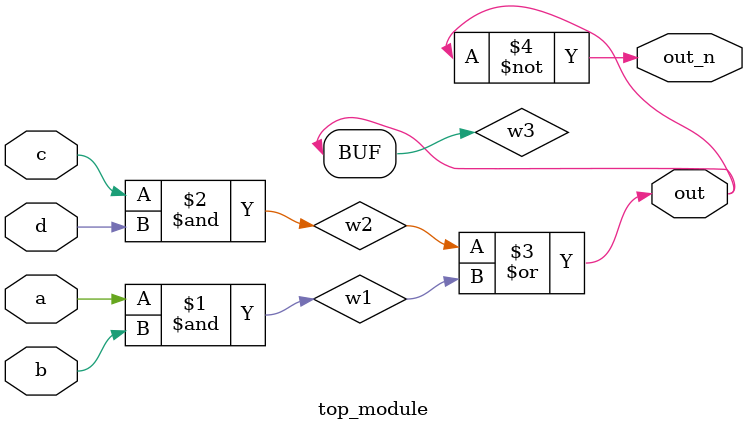
<source format=v>
module top_module(
    input a,
    input b,
    input c,
    input d,
    output out,
    output out_n   ); 
    
    wire w1, w2, w3;
    and(w1,a,b);
    and(w2,c,d);
    or(w3,w2,w1);
    
    assign out = w3;
    assign out_n = ~out;

endmodule
</source>
